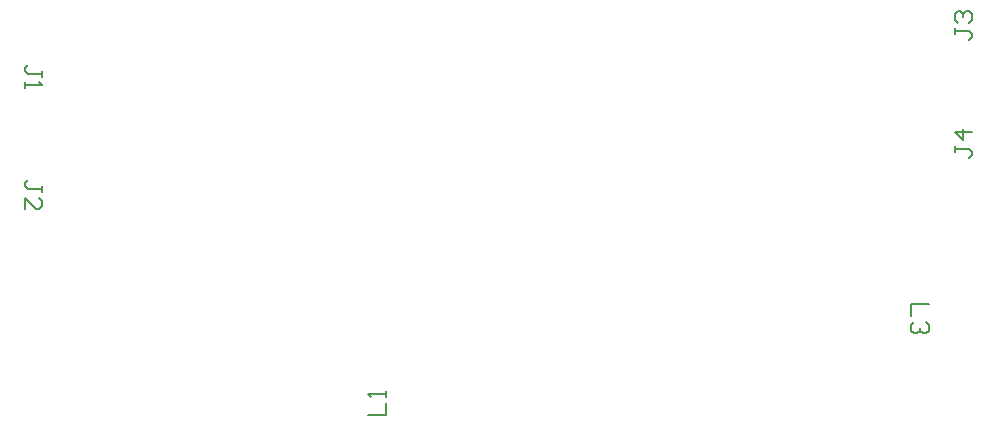
<source format=gbr>
%TF.GenerationSoftware,Altium Limited,Altium Designer,21.6.4 (81)*%
G04 Layer_Color=0*
%FSLAX43Y43*%
%MOMM*%
%TF.SameCoordinates,100B324C-8CEB-4A13-B8D1-7C84912F4746*%
%TF.FilePolarity,Positive*%
%TF.FileFunction,Other,Top_Designator*%
%TF.Part,Single*%
G01*
G75*
%TA.AperFunction,NonConductor*%
%ADD150C,0.150*%
D150*
X34353Y4020D02*
X35853D01*
Y5019D01*
Y5519D02*
Y6019D01*
Y5769D01*
X34353D01*
X34603Y5519D01*
X81827Y13416D02*
X80327D01*
Y12417D01*
X81577Y11917D02*
X81827Y11667D01*
Y11167D01*
X81577Y10917D01*
X81327D01*
X81077Y11167D01*
Y11417D01*
Y11167D01*
X80827Y10917D01*
X80577D01*
X80327Y11167D01*
Y11667D01*
X80577Y11917D01*
X6750Y22921D02*
Y23421D01*
Y23171D01*
X5500D01*
X5250Y23421D01*
Y23671D01*
X5500Y23921D01*
X5250Y21422D02*
Y22421D01*
X6250Y21422D01*
X6500D01*
X6750Y21671D01*
Y22171D01*
X6500Y22421D01*
X6750Y32675D02*
Y33175D01*
Y32925D01*
X5500D01*
X5250Y33175D01*
Y33425D01*
X5500Y33675D01*
X5250Y32175D02*
Y31675D01*
Y31925D01*
X6750D01*
X6500Y32175D01*
X83985Y36747D02*
Y36247D01*
Y36497D01*
X85234D01*
X85484Y36247D01*
Y35997D01*
X85234Y35747D01*
X84234Y37247D02*
X83985Y37497D01*
Y37996D01*
X84234Y38246D01*
X84484D01*
X84734Y37996D01*
Y37747D01*
Y37996D01*
X84984Y38246D01*
X85234D01*
X85484Y37996D01*
Y37497D01*
X85234Y37247D01*
X83985Y26765D02*
Y26265D01*
Y26515D01*
X85234D01*
X85484Y26265D01*
Y26015D01*
X85234Y25765D01*
X85484Y28015D02*
X83985D01*
X84734Y27265D01*
Y28265D01*
%TF.MD5,b709d4023b8ea72c78605d1dc4856932*%
M02*

</source>
